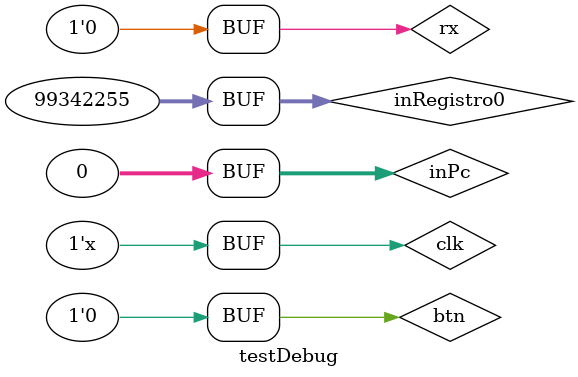
<source format=v>
`timescale 1ns / 1ps


module testDebug;

	// Inputs
	reg clk;
	reg btn;
	reg rx;
	reg [31:0] inRegistro0;
	reg [31:0] inPc;

	// Outputs
	wire [7:0] rx_data_out_debug;
	wire tx;
	wire outStep;

	// Instantiate the Unit Under Test (UUT)
	DebugUnit uut (
		.clk(clk), 
		.btn(btn), 
		.rx(rx), 
		.inRegistro0(inRegistro0), 
		.inPc(inPc), 
		.rx_data_out_debug(rx_data_out_debug), 
		.tx(tx), 
		.outStep(outStep)
	);

	initial begin
		// Initialize Inputs
		clk = 0;
		btn = 0;
		rx = 0;
		inRegistro0 = 32'b0101111010111101011110101111;
		inPc = 0;

		// Wait 100 ns for global reset to finish
		#1000;
		// Add stimulus here
		// Initialize Inputs
		rx = 8'b01110011;

		// Wait 100 ns for global reset to finish
		#2000;
		rx = 0;
        
		// Add stimulus here

	end
      always #100 clk = ~clk;
      
endmodule


</source>
